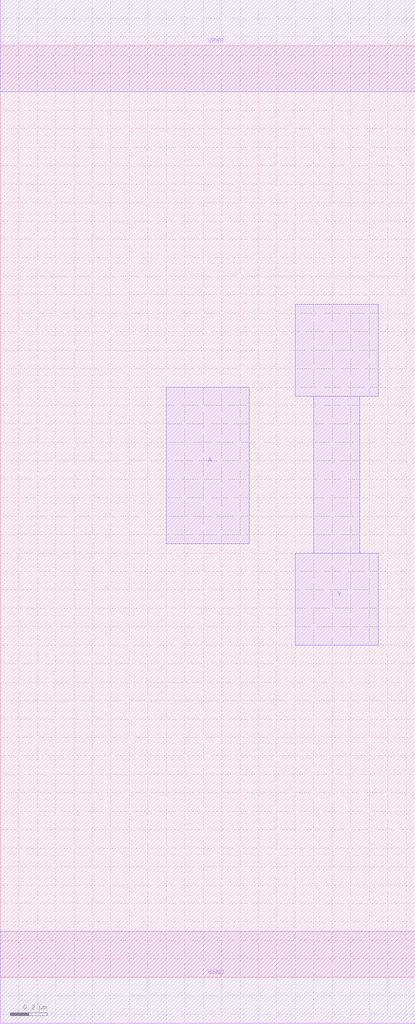
<source format=lef>
VERSION 5.7 ;
  NOWIREEXTENSIONATPIN ON ;
  DIVIDERCHAR "/" ;
  BUSBITCHARS "[]" ;
MACRO INV
  CLASS CORE ;
  FOREIGN INV ;
  ORIGIN 0.000 0.000 ;
  SIZE 2.250 BY 5.050 ;
  SYMMETRY X Y R90 ;
  SITE unit ;
  PIN VPWR
    DIRECTION INOUT ;
    USE POWER ;
    SHAPE ABUTMENT ;
    PORT
      LAYER Metal1 ;
        RECT 0.000 4.800 2.250 5.300 ;
    END
  END VPWR
  PIN VGND
    DIRECTION INOUT ;
    USE GROUND ;
    SHAPE ABUTMENT ;
    PORT
      LAYER Metal1 ;
        RECT 0.000 -0.250 2.250 0.250 ;
    END
  END VGND
  PIN Y
    DIRECTION INOUT ;
    USE SIGNAL ;
    SHAPE ABUTMENT ;
    PORT
      LAYER Metal2 ;
        RECT 1.600 3.150 2.050 3.650 ;
        RECT 1.700 2.300 1.950 3.150 ;
        RECT 1.600 1.800 2.050 2.300 ;
    END
  END Y
  PIN A
    DIRECTION INOUT ;
    USE SIGNAL ;
    SHAPE ABUTMENT ;
    PORT
      LAYER Metal2 ;
        RECT 0.900 2.350 1.350 3.200 ;
    END
  END A
END INV
END LIBRARY


</source>
